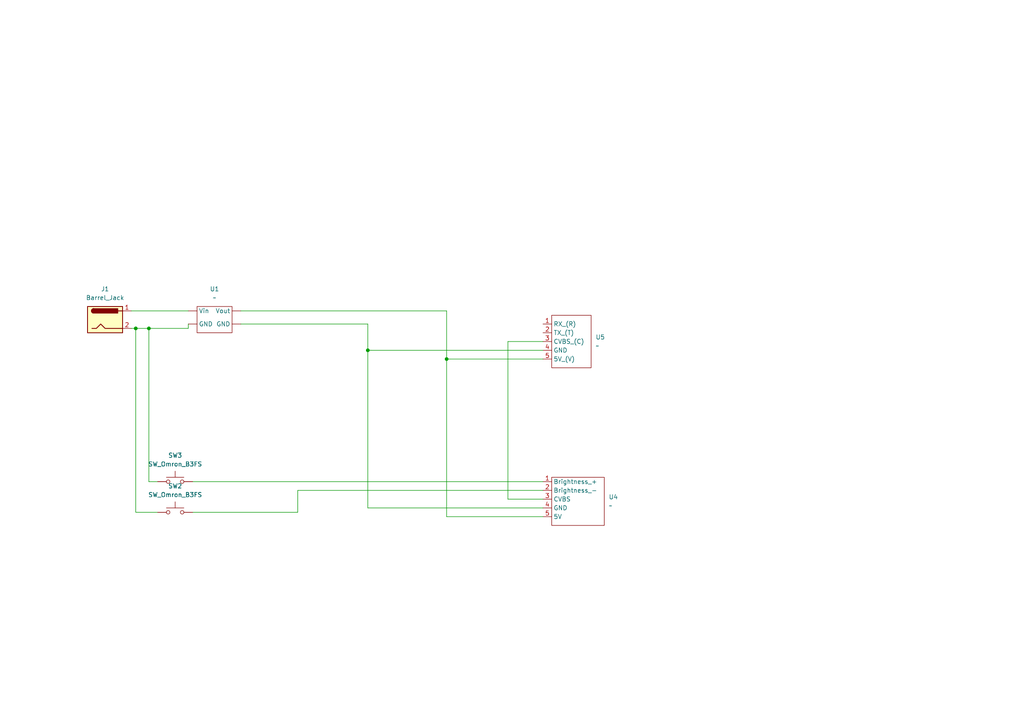
<source format=kicad_sch>
(kicad_sch (version 20250114) (generator "eeschema") (generator_version "9.0")
  (paper "A4")
  (lib_symbols
    (symbol "CV256_1"
      (property "Reference" "U" (at -10.16 0.762 0))
      (symbol "CV256_1_0_1"
        (rectangle (start -13.97 0) (end -2.54 -15.24))
        (rectangle (start -10.16 0) (end -10.16 0))
        (rectangle (start -10.16 0) (end -10.16 0))
      )
      (symbol "CV256_1_1_1"
        (pin bidirectional line (at -16.51 -2.54 0) (length 2.54) (name "RX_(R)") (number "1"))
        (pin bidirectional line (at -16.51 -5.08 0) (length 2.54) (name "TX_(T)") (number "2"))
        (pin bidirectional line (at -16.51 -7.62 0) (length 2.54) (name "CVBS_(C)") (number "3"))
        (pin bidirectional line (at -16.51 -10.16 0) (length 2.54) (name "GND") (number "4"))
        (pin bidirectional line (at -16.51 -12.7 0) (length 2.54) (name "5V_(V)") (number "5"))
      )
    )
    (symbol "Connector:Barrel_Jack" (pin_names (offset 1.016))
      (property "Reference" "J" (at 0 5.334 0))
      (property "Value" "Barrel_Jack" (at 0 -5.08 0))
      (symbol "Barrel_Jack_0_1"
        (rectangle (start -5.08 3.81) (end 5.08 -3.81) (stroke (width 0.254)) (fill (type background)))
        (polyline (pts (xy -3.81 -2.54) (xy -2.54 -2.54) (xy -1.27 -1.27) (xy 0 -2.54) (xy 2.54 -2.54) (xy 5.08 -2.54)) (stroke (width 0.254)))
        (arc (start -3.302 1.905) (mid -3.9343 2.54) (end -3.302 3.175) (stroke (width 0.254)))
        (arc (start -3.302 1.905) (mid -3.9343 2.54) (end -3.302 3.175) (stroke (width 0.254)) (fill (type outline)))
        (rectangle (start 3.683 3.175) (end -3.302 1.905) (stroke (width 0.254)) (fill (type outline)))
        (polyline (pts (xy 5.08 2.54) (xy 3.81 2.54)) (stroke (width 0.254)))
      )
      (symbol "Barrel_Jack_1_1"
        (pin passive line (at 7.62 2.54 180) (length 2.54) (name "~") (number "1"))
        (pin passive line (at 7.62 -2.54 180) (length 2.54) (name "~") (number "2"))
      )
    )
    (symbol "RH:Buck_converter"
      (property "Reference" "U" (at 0 0 0))
      (symbol "Buck_converter_0_1"
        (rectangle (start -3.81 -1.27) (end 6.35 -8.89))
      )
      (symbol "Buck_converter_1_1"
        (pin input line (at -6.35 -2.54 0) (length 2.54) (name "Vin") (number ""))
        (pin input line (at -6.35 -6.35 0) (length 2.54) (name "GND") (number ""))
        (pin input line (at 8.89 -2.54 180) (length 2.54) (name "Vout") (number ""))
        (pin input line (at 8.89 -6.35 180) (length 2.54) (name "GND") (number ""))
      )
    )
    (symbol "RH:OLED"
      (property "Reference" "U" (at 0 0 0))
      (symbol "OLED_0_1"
        (rectangle (start -5.08 -1.27) (end 10.16 -15.24))
      )
      (symbol "OLED_1_1"
        (pin bidirectional line (at -7.62 -2.54 0) (length 2.54) (name "Brightness_+") (number "1"))
        (pin bidirectional line (at -7.62 -5.08 0) (length 2.54) (name "Brightness_-") (number "2"))
        (pin bidirectional line (at -7.62 -7.62 0) (length 2.54) (name "CVBS") (number "3"))
        (pin bidirectional line (at -7.62 -10.16 0) (length 2.54) (name "GND") (number "4"))
        (pin bidirectional line (at -7.62 -12.7 0) (length 2.54) (name "5V") (number "5"))
      )
    )
    (symbol "Switch:SW_Omron_B3FS" (pin_numbers (hide yes)) (pin_names (offset 1.016) (hide yes))
      (property "Reference" "SW" (at 1.27 2.54 0))
      (property "Value" "SW_Omron_B3FS" (at 0 -1.524 0))
      (symbol "SW_Omron_B3FS_0_1"
        (circle (center -2.032 0) (radius 0.508))
        (polyline (pts (xy 0 1.27) (xy 0 3.048)))
        (circle (center 2.032 0) (radius 0.508))
        (polyline (pts (xy 2.54 1.27) (xy -2.54 1.27)))
        (pin passive line (at -5.08 0 0) (length 2.54) (name "1") (number "1"))
        (pin passive line (at 5.08 0 180) (length 2.54) (name "2") (number "2"))
      )
    )
  )
  (junction (at 106.68 101.6))
  (junction (at 129.54 104.14))
  (junction (at 43.18 95.25))
  (junction (at 39.37 95.25))
  (wire (pts (xy 55.88 139.7) (xy 157.48 139.7)))
  (wire (pts (xy 129.54 104.14) (xy 129.54 90.17)))
  (wire (pts (xy 86.36 148.59) (xy 86.36 142.24)))
  (wire (pts (xy 54.61 95.25) (xy 54.61 93.98)))
  (wire (pts (xy 106.68 101.6) (xy 106.68 147.32)))
  (wire (pts (xy 157.48 104.14) (xy 129.54 104.14)))
  (wire (pts (xy 129.54 149.86) (xy 157.48 149.86)))
  (wire (pts (xy 45.72 148.59) (xy 39.37 148.59)))
  (wire (pts (xy 106.68 93.98) (xy 106.68 101.6)))
  (wire (pts (xy 69.85 93.98) (xy 106.68 93.98)))
  (wire (pts (xy 147.32 99.06) (xy 147.32 144.78)))
  (wire (pts (xy 38.1 90.17) (xy 54.61 90.17)))
  (wire (pts (xy 157.48 101.6) (xy 106.68 101.6)))
  (wire (pts (xy 86.36 142.24) (xy 157.48 142.24)))
  (wire (pts (xy 157.48 147.32) (xy 106.68 147.32)))
  (wire (pts (xy 147.32 144.78) (xy 157.48 144.78)))
  (wire (pts (xy 55.88 148.59) (xy 86.36 148.59)))
  (wire (pts (xy 43.18 95.25) (xy 54.61 95.25)))
  (wire (pts (xy 39.37 148.59) (xy 39.37 95.25)))
  (wire (pts (xy 43.18 139.7) (xy 43.18 95.25)))
  (wire (pts (xy 45.72 139.7) (xy 43.18 139.7)))
  (wire (pts (xy 69.85 90.17) (xy 129.54 90.17)))
  (wire (pts (xy 157.48 99.06) (xy 147.32 99.06)))
  (wire (pts (xy 38.1 95.25) (xy 39.37 95.25)))
  (wire (pts (xy 129.54 104.14) (xy 129.54 149.86)))
  (wire (pts (xy 39.37 95.25) (xy 43.18 95.25)))
  (symbol (lib_id "Switch:SW_Omron_B3FS") (at 50.8 148.59 0) (unit 1)
    (property "Reference" "SW2" (at 50.8 140.97 0))
    (property "Value" "SW_Omron_B3FS" (at 50.8 143.51 0))
    (property "Datasheet" "https://omronfs.omron.com/en_US/ecb/products/pdf/en-b3fs.pdf" (effects (hide yes)))
    (property "Description" "Omron B3FS 6x6mm single pole normally-open tactile switch" (effects (hide yes)))
  )
  (symbol (lib_id "Switch:SW_Omron_B3FS") (at 50.8 139.7 0) (unit 1)
    (property "Reference" "SW3" (at 50.8 132.08 0))
    (property "Value" "SW_Omron_B3FS" (at 50.8 134.62 0))
    (property "Datasheet" "https://omronfs.omron.com/en_US/ecb/products/pdf/en-b3fs.pdf" (effects (hide yes)))
    (property "Description" "Omron B3FS 6x6mm single pole normally-open tactile switch" (effects (hide yes)))
  )
  (symbol (lib_id "Connector:Barrel_Jack") (at 30.48 92.71 0) (unit 1)
    (property "Reference" "J1" (at 30.48 83.82 0))
    (property "Value" "Barrel_Jack" (at 30.48 86.36 0))
    (property "Description" "DC Barrel Jack" (effects (hide yes)))
  )
  (symbol (lib_name "CV256_1") (lib_id "RH:CV256") (at 173.99 91.44 0) (unit 1)
    (property "Reference" "U5" (at 172.72 97.7899 0) (effects (justify left)))
    (property "Value" "~" (at 172.72 100.3299 0) (effects (justify left)))
  )
  (symbol (lib_id "RH:Buck_converter") (at 60.96 87.63 0) (unit 1)
    (property "Reference" "U1" (at 62.23 83.82 0))
    (property "Value" "~" (at 62.23 86.36 0))
  )
  (symbol (lib_id "RH:OLED") (at 165.1 137.16 0) (unit 1)
    (property "Reference" "U4" (at 176.53 144.1449 0) (effects (justify left)))
    (property "Value" "~" (at 176.53 146.6849 0) (effects (justify left)))
  )
)
</source>
